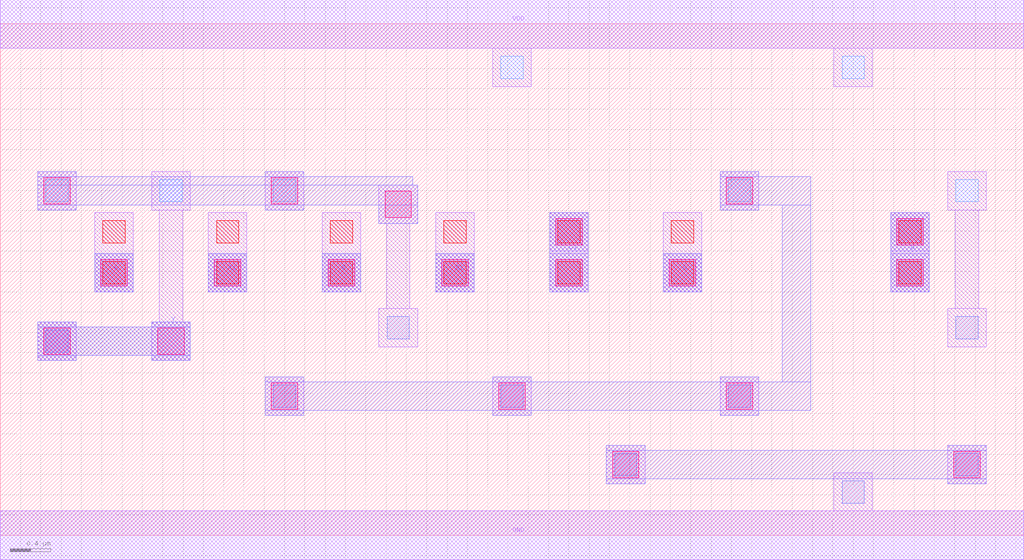
<source format=lef>
MACRO AOOAI2221
 CLASS CORE ;
 FOREIGN AOOAI2221 0 0 ;
 SIZE 10.08 BY 5.04 ;
 ORIGIN 0 0 ;
 SYMMETRY X Y R90 ;
 SITE unit ;
  PIN VDD
   DIRECTION INOUT ;
   USE POWER ;
   SHAPE ABUTMENT ;
    PORT
     CLASS CORE ;
       LAYER met1 ;
        RECT 0.00000000 4.80000000 10.08000000 5.28000000 ;
    END
  END VDD

  PIN GND
   DIRECTION INOUT ;
   USE POWER ;
   SHAPE ABUTMENT ;
    PORT
     CLASS CORE ;
       LAYER met1 ;
        RECT 0.00000000 -0.24000000 10.08000000 0.24000000 ;
    END
  END GND

  PIN Y
   DIRECTION INOUT ;
   USE SIGNAL ;
   SHAPE ABUTMENT ;
    PORT
     CLASS CORE ;
       LAYER met2 ;
        RECT 0.37000000 1.72200000 0.75000000 1.77200000 ;
        RECT 1.49000000 1.72200000 1.87000000 1.77200000 ;
        RECT 0.37000000 1.77200000 1.87000000 2.05200000 ;
        RECT 0.37000000 2.05200000 0.75000000 2.10200000 ;
        RECT 1.49000000 2.05200000 1.87000000 2.10200000 ;
    END
  END Y

  PIN D
   DIRECTION INOUT ;
   USE SIGNAL ;
   SHAPE ABUTMENT ;
    PORT
     CLASS CORE ;
       LAYER met2 ;
        RECT 8.77000000 2.39700000 9.15000000 3.18200000 ;
    END
  END D

  PIN B
   DIRECTION INOUT ;
   USE SIGNAL ;
   SHAPE ABUTMENT ;
    PORT
     CLASS CORE ;
       LAYER met2 ;
        RECT 3.17000000 2.39700000 3.55000000 2.77700000 ;
    END
  END B

  PIN C1
   DIRECTION INOUT ;
   USE SIGNAL ;
   SHAPE ABUTMENT ;
    PORT
     CLASS CORE ;
       LAYER met2 ;
        RECT 5.41000000 2.39700000 5.79000000 3.18200000 ;
    END
  END C1

  PIN A
   DIRECTION INOUT ;
   USE SIGNAL ;
   SHAPE ABUTMENT ;
    PORT
     CLASS CORE ;
       LAYER met2 ;
        RECT 0.93000000 2.39700000 1.31000000 2.77700000 ;
    END
  END A

  PIN C
   DIRECTION INOUT ;
   USE SIGNAL ;
   SHAPE ABUTMENT ;
    PORT
     CLASS CORE ;
       LAYER met2 ;
        RECT 6.53000000 2.39700000 6.91000000 2.77700000 ;
    END
  END C

  PIN A1
   DIRECTION INOUT ;
   USE SIGNAL ;
   SHAPE ABUTMENT ;
    PORT
     CLASS CORE ;
       LAYER met2 ;
        RECT 2.05000000 2.39700000 2.43000000 2.77700000 ;
    END
  END A1

  PIN B1
   DIRECTION INOUT ;
   USE SIGNAL ;
   SHAPE ABUTMENT ;
    PORT
     CLASS CORE ;
       LAYER met2 ;
        RECT 4.29000000 2.39700000 4.67000000 2.77700000 ;
    END
  END B1

 OBS
    LAYER polycont ;
     RECT 1.01000000 2.47700000 1.23000000 2.69700000 ;
     RECT 2.13000000 2.47700000 2.35000000 2.69700000 ;
     RECT 3.25000000 2.47700000 3.47000000 2.69700000 ;
     RECT 4.37000000 2.47700000 4.59000000 2.69700000 ;
     RECT 5.49000000 2.47700000 5.71000000 2.69700000 ;
     RECT 6.61000000 2.47700000 6.83000000 2.69700000 ;
     RECT 8.85000000 2.47700000 9.07000000 2.69700000 ;
     RECT 1.01000000 2.88200000 1.23000000 3.10200000 ;
     RECT 2.13000000 2.88200000 2.35000000 3.10200000 ;
     RECT 3.25000000 2.88200000 3.47000000 3.10200000 ;
     RECT 4.37000000 2.88200000 4.59000000 3.10200000 ;
     RECT 5.49000000 2.88200000 5.71000000 3.10200000 ;
     RECT 6.61000000 2.88200000 6.83000000 3.10200000 ;
     RECT 8.85000000 2.88200000 9.07000000 3.10200000 ;

    LAYER pdiffc ;
     RECT 0.45000000 3.28700000 0.67000000 3.50700000 ;
     RECT 1.57000000 3.28700000 1.79000000 3.50700000 ;
     RECT 2.69000000 3.28700000 2.91000000 3.50700000 ;
     RECT 7.17000000 3.28700000 7.39000000 3.50700000 ;
     RECT 9.41000000 3.28700000 9.63000000 3.50700000 ;
     RECT 4.93000000 4.50200000 5.15000000 4.72200000 ;
     RECT 8.29000000 4.50200000 8.51000000 4.72200000 ;

    LAYER ndiffc ;
     RECT 8.29000000 0.31700000 8.51000000 0.53700000 ;
     RECT 6.05000000 0.58700000 6.27000000 0.80700000 ;
     RECT 9.41000000 0.58700000 9.63000000 0.80700000 ;
     RECT 2.69000000 1.26200000 2.91000000 1.48200000 ;
     RECT 4.93000000 1.26200000 5.15000000 1.48200000 ;
     RECT 7.17000000 1.26200000 7.39000000 1.48200000 ;
     RECT 0.45000000 1.80200000 0.67000000 2.02200000 ;
     RECT 3.81000000 1.93700000 4.03000000 2.15700000 ;
     RECT 9.41000000 1.93700000 9.63000000 2.15700000 ;

    LAYER met1 ;
     RECT 0.00000000 -0.24000000 10.08000000 0.24000000 ;
     RECT 8.21000000 0.24000000 8.59000000 0.61700000 ;
     RECT 5.97000000 0.50700000 6.35000000 0.88700000 ;
     RECT 9.33000000 0.50700000 9.71000000 0.88700000 ;
     RECT 2.61000000 1.18200000 2.99000000 1.56200000 ;
     RECT 4.85000000 1.18200000 5.23000000 1.56200000 ;
     RECT 7.09000000 1.18200000 7.47000000 1.56200000 ;
     RECT 0.37000000 1.72200000 0.75000000 2.10200000 ;
     RECT 5.41000000 2.39700000 5.79000000 2.77700000 ;
     RECT 8.77000000 2.39700000 9.15000000 2.77700000 ;
     RECT 0.93000000 2.39700000 1.31000000 3.18200000 ;
     RECT 2.05000000 2.39700000 2.43000000 3.18200000 ;
     RECT 3.17000000 2.39700000 3.55000000 3.18200000 ;
     RECT 4.29000000 2.39700000 4.67000000 3.18200000 ;
     RECT 5.41000000 2.80200000 5.79000000 3.18200000 ;
     RECT 6.53000000 2.39700000 6.91000000 3.18200000 ;
     RECT 8.77000000 2.80200000 9.15000000 3.18200000 ;
     RECT 3.73000000 1.85700000 4.11000000 2.23700000 ;
     RECT 3.80500000 2.23700000 4.03500000 3.07200000 ;
     RECT 3.73000000 3.07200000 4.11000000 3.45200000 ;
     RECT 0.37000000 3.20700000 0.75000000 3.58700000 ;
     RECT 1.49000000 1.72200000 1.87000000 2.10200000 ;
     RECT 1.56500000 2.10200000 1.79500000 3.20700000 ;
     RECT 1.49000000 3.20700000 1.87000000 3.58700000 ;
     RECT 2.61000000 3.20700000 2.99000000 3.58700000 ;
     RECT 7.09000000 3.20700000 7.47000000 3.58700000 ;
     RECT 9.33000000 1.85700000 9.71000000 2.23700000 ;
     RECT 9.40500000 2.23700000 9.63500000 3.20700000 ;
     RECT 9.33000000 3.20700000 9.71000000 3.58700000 ;
     RECT 4.85000000 4.42200000 5.23000000 4.80000000 ;
     RECT 8.21000000 4.42200000 8.59000000 4.80000000 ;
     RECT 0.00000000 4.80000000 10.08000000 5.28000000 ;

    LAYER via1 ;
     RECT 6.03000000 0.56700000 6.29000000 0.82700000 ;
     RECT 9.39000000 0.56700000 9.65000000 0.82700000 ;
     RECT 2.67000000 1.24200000 2.93000000 1.50200000 ;
     RECT 4.91000000 1.24200000 5.17000000 1.50200000 ;
     RECT 7.15000000 1.24200000 7.41000000 1.50200000 ;
     RECT 0.43000000 1.78200000 0.69000000 2.04200000 ;
     RECT 1.55000000 1.78200000 1.81000000 2.04200000 ;
     RECT 0.99000000 2.45700000 1.25000000 2.71700000 ;
     RECT 2.11000000 2.45700000 2.37000000 2.71700000 ;
     RECT 3.23000000 2.45700000 3.49000000 2.71700000 ;
     RECT 4.35000000 2.45700000 4.61000000 2.71700000 ;
     RECT 5.47000000 2.45700000 5.73000000 2.71700000 ;
     RECT 6.59000000 2.45700000 6.85000000 2.71700000 ;
     RECT 8.83000000 2.45700000 9.09000000 2.71700000 ;
     RECT 5.47000000 2.86200000 5.73000000 3.12200000 ;
     RECT 8.83000000 2.86200000 9.09000000 3.12200000 ;
     RECT 3.79000000 3.13200000 4.05000000 3.39200000 ;
     RECT 0.43000000 3.26700000 0.69000000 3.52700000 ;
     RECT 2.67000000 3.26700000 2.93000000 3.52700000 ;
     RECT 7.15000000 3.26700000 7.41000000 3.52700000 ;

    LAYER met2 ;
     RECT 5.97000000 0.50700000 6.35000000 0.55700000 ;
     RECT 9.33000000 0.50700000 9.71000000 0.55700000 ;
     RECT 5.97000000 0.55700000 9.71000000 0.83700000 ;
     RECT 5.97000000 0.83700000 6.35000000 0.88700000 ;
     RECT 9.33000000 0.83700000 9.71000000 0.88700000 ;
     RECT 0.37000000 1.72200000 0.75000000 1.77200000 ;
     RECT 1.49000000 1.72200000 1.87000000 1.77200000 ;
     RECT 0.37000000 1.77200000 1.87000000 2.05200000 ;
     RECT 0.37000000 2.05200000 0.75000000 2.10200000 ;
     RECT 1.49000000 2.05200000 1.87000000 2.10200000 ;
     RECT 0.93000000 2.39700000 1.31000000 2.77700000 ;
     RECT 2.05000000 2.39700000 2.43000000 2.77700000 ;
     RECT 3.17000000 2.39700000 3.55000000 2.77700000 ;
     RECT 4.29000000 2.39700000 4.67000000 2.77700000 ;
     RECT 6.53000000 2.39700000 6.91000000 2.77700000 ;
     RECT 5.41000000 2.39700000 5.79000000 3.18200000 ;
     RECT 8.77000000 2.39700000 9.15000000 3.18200000 ;
     RECT 0.37000000 3.20700000 0.75000000 3.25700000 ;
     RECT 2.61000000 3.20700000 2.99000000 3.25700000 ;
     RECT 3.73000000 3.07200000 4.11000000 3.25700000 ;
     RECT 0.37000000 3.25700000 4.11000000 3.45200000 ;
     RECT 0.37000000 3.45200000 4.06000000 3.53700000 ;
     RECT 0.37000000 3.53700000 0.75000000 3.58700000 ;
     RECT 2.61000000 3.53700000 2.99000000 3.58700000 ;
     RECT 2.61000000 1.18200000 2.99000000 1.23200000 ;
     RECT 4.85000000 1.18200000 5.23000000 1.23200000 ;
     RECT 7.09000000 1.18200000 7.47000000 1.23200000 ;
     RECT 2.61000000 1.23200000 7.98000000 1.51200000 ;
     RECT 2.61000000 1.51200000 2.99000000 1.56200000 ;
     RECT 4.85000000 1.51200000 5.23000000 1.56200000 ;
     RECT 7.09000000 1.51200000 7.47000000 1.56200000 ;
     RECT 7.09000000 3.20700000 7.47000000 3.25700000 ;
     RECT 7.70000000 1.51200000 7.98000000 3.25700000 ;
     RECT 7.09000000 3.25700000 7.98000000 3.53700000 ;
     RECT 7.09000000 3.53700000 7.47000000 3.58700000 ;

 END
END AOOAI2221

</source>
